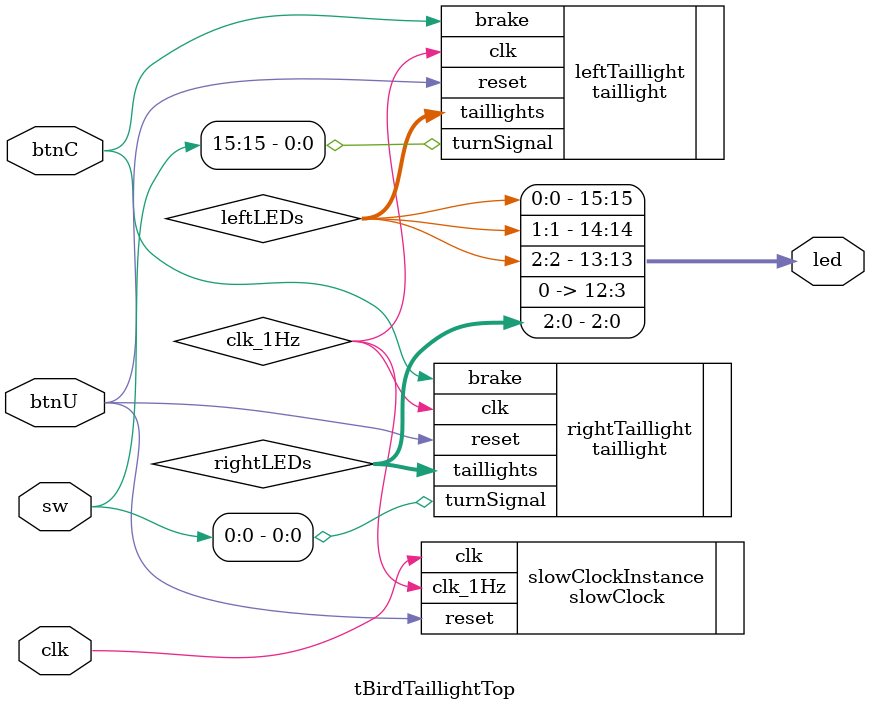
<source format=sv>
`timescale 1ns / 1ps


module tBirdTaillightTop(   input logic clk,
                            input logic [15:0] sw,
                            input logic btnC,
                            input logic btnU,
                            output logic [15:0] led
                         );

    logic clk_1Hz;

    logic [2:0] leftLEDs;
    logic [2:0] rightLEDs;

    slowClock slowClockInstance(.clk(clk), .reset(btnU), .clk_1Hz(clk_1Hz));

    taillight leftTaillight(.clk(clk_1Hz), .reset(btnU), .brake(btnC), .turnSignal(sw[15]), .taillights(leftLEDs));
    taillight rightTaillight(.clk(clk_1Hz), .reset(btnU), .brake(btnC), .turnSignal(sw[0]), .taillights(rightLEDs));
    


    assign led[15:13] = {leftLEDs[0], leftLEDs[1], leftLEDs[2]};
    assign led[12:3] = 10'b00000_00000;
    assign led[2:0] = {rightLEDs[2], rightLEDs[1], rightLEDs[0]};
    
endmodule

</source>
